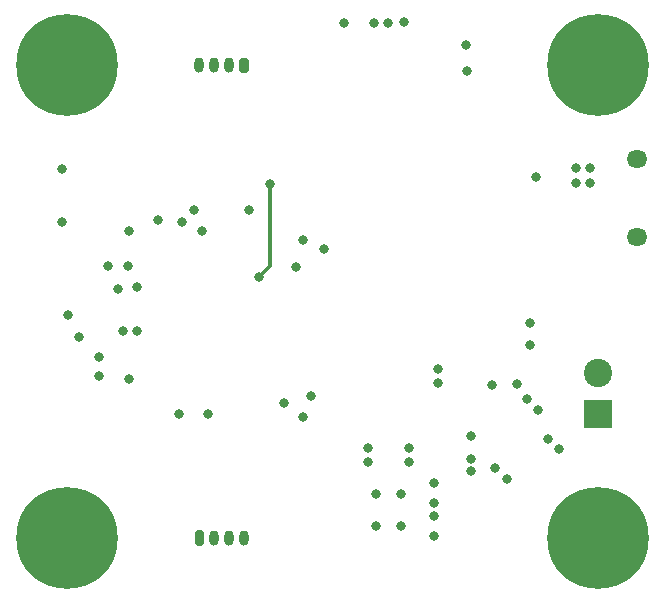
<source format=gbr>
%TF.GenerationSoftware,KiCad,Pcbnew,(5.1.6)-1*%
%TF.CreationDate,2020-09-25T18:38:39+02:00*%
%TF.ProjectId,STM32F4_REV2,53544d33-3246-4345-9f52-4556322e6b69,rev?*%
%TF.SameCoordinates,Original*%
%TF.FileFunction,Copper,L4,Bot*%
%TF.FilePolarity,Positive*%
%FSLAX46Y46*%
G04 Gerber Fmt 4.6, Leading zero omitted, Abs format (unit mm)*
G04 Created by KiCad (PCBNEW (5.1.6)-1) date 2020-09-25 18:38:39*
%MOMM*%
%LPD*%
G01*
G04 APERTURE LIST*
%TA.AperFunction,ComponentPad*%
%ADD10C,8.600000*%
%TD*%
%TA.AperFunction,ComponentPad*%
%ADD11C,0.900000*%
%TD*%
%TA.AperFunction,ComponentPad*%
%ADD12R,2.400000X2.400000*%
%TD*%
%TA.AperFunction,ComponentPad*%
%ADD13C,2.400000*%
%TD*%
%TA.AperFunction,ComponentPad*%
%ADD14O,0.800000X1.300000*%
%TD*%
%TA.AperFunction,ComponentPad*%
%ADD15O,1.750000X1.500000*%
%TD*%
%TA.AperFunction,ViaPad*%
%ADD16C,0.800000*%
%TD*%
%TA.AperFunction,Conductor*%
%ADD17C,0.300000*%
%TD*%
G04 APERTURE END LIST*
D10*
%TO.P,H1,1*%
%TO.N,GND*%
X81250000Y-41000000D03*
D11*
X84475000Y-41000000D03*
X83530419Y-43280419D03*
X81250000Y-44225000D03*
X78969581Y-43280419D03*
X78025000Y-41000000D03*
X78969581Y-38719581D03*
X81250000Y-37775000D03*
X83530419Y-38719581D03*
%TD*%
%TO.P,H2,1*%
%TO.N,GND*%
X83530419Y-78719581D03*
X81250000Y-77775000D03*
X78969581Y-78719581D03*
X78025000Y-81000000D03*
X78969581Y-83280419D03*
X81250000Y-84225000D03*
X83530419Y-83280419D03*
X84475000Y-81000000D03*
D10*
X81250000Y-81000000D03*
%TD*%
%TO.P,H3,1*%
%TO.N,GND*%
X36250000Y-81000000D03*
D11*
X39475000Y-81000000D03*
X38530419Y-83280419D03*
X36250000Y-84225000D03*
X33969581Y-83280419D03*
X33025000Y-81000000D03*
X33969581Y-78719581D03*
X36250000Y-77775000D03*
X38530419Y-78719581D03*
%TD*%
%TO.P,H4,1*%
%TO.N,GND*%
X38530419Y-38719581D03*
X36250000Y-37775000D03*
X33969581Y-38719581D03*
X33025000Y-41000000D03*
X33969581Y-43280419D03*
X36250000Y-44225000D03*
X38530419Y-43280419D03*
X39475000Y-41000000D03*
D10*
X36250000Y-41000000D03*
%TD*%
D12*
%TO.P,J1,1*%
%TO.N,+12V*%
X81250000Y-70500000D03*
D13*
%TO.P,J1,2*%
%TO.N,GND*%
X81250000Y-67000000D03*
%TD*%
D14*
%TO.P,J3,4*%
%TO.N,GND*%
X47500000Y-41000000D03*
%TO.P,J3,3*%
%TO.N,I2C1_SDA*%
X48750000Y-41000000D03*
%TO.P,J3,2*%
%TO.N,I2C1_SCL*%
X50000000Y-41000000D03*
%TO.P,J3,1*%
%TO.N,+3V3*%
%TA.AperFunction,ComponentPad*%
G36*
G01*
X51650000Y-40550000D02*
X51650000Y-41450000D01*
G75*
G02*
X51450000Y-41650000I-200000J0D01*
G01*
X51050000Y-41650000D01*
G75*
G02*
X50850000Y-41450000I0J200000D01*
G01*
X50850000Y-40550000D01*
G75*
G02*
X51050000Y-40350000I200000J0D01*
G01*
X51450000Y-40350000D01*
G75*
G02*
X51650000Y-40550000I0J-200000D01*
G01*
G37*
%TD.AperFunction*%
%TD*%
%TO.P,J4,1*%
%TO.N,+3V3*%
%TA.AperFunction,ComponentPad*%
G36*
G01*
X47100000Y-81450000D02*
X47100000Y-80550000D01*
G75*
G02*
X47300000Y-80350000I200000J0D01*
G01*
X47700000Y-80350000D01*
G75*
G02*
X47900000Y-80550000I0J-200000D01*
G01*
X47900000Y-81450000D01*
G75*
G02*
X47700000Y-81650000I-200000J0D01*
G01*
X47300000Y-81650000D01*
G75*
G02*
X47100000Y-81450000I0J200000D01*
G01*
G37*
%TD.AperFunction*%
%TO.P,J4,2*%
%TO.N,USART3_TX*%
X48750000Y-81000000D03*
%TO.P,J4,3*%
%TO.N,USART3_RX*%
X50000000Y-81000000D03*
%TO.P,J4,4*%
%TO.N,GND*%
X51250000Y-81000000D03*
%TD*%
D15*
%TO.P,J5,6*%
%TO.N,Net-(J5-Pad6)*%
X84575000Y-55550000D03*
X84575000Y-48950000D03*
%TD*%
D16*
%TO.N,GND*%
X41550000Y-55000000D03*
%TO.N,+3V3*%
X51725000Y-53250000D03*
%TO.N,GND*%
X35875000Y-54250000D03*
X47725000Y-55000000D03*
X39750000Y-58000000D03*
X37275000Y-64000000D03*
X41000000Y-63525000D03*
X42250000Y-63525000D03*
X41500000Y-67575000D03*
X45775000Y-70500000D03*
X56225000Y-70750000D03*
X56975000Y-69000000D03*
X56250000Y-55750000D03*
X58050000Y-56575000D03*
X70125000Y-41450000D03*
X80600000Y-50950000D03*
X79350000Y-50950000D03*
X79350000Y-49650000D03*
X80600000Y-49650000D03*
X67700000Y-66675000D03*
X67700000Y-67850000D03*
X72225000Y-68025000D03*
X74375000Y-68000000D03*
X75450000Y-62850000D03*
X75450000Y-64650000D03*
X77000000Y-72600000D03*
X77925000Y-73500000D03*
X76175000Y-70175000D03*
X75250000Y-69275000D03*
X67375000Y-76375000D03*
X67375000Y-78075000D03*
X67375000Y-79175000D03*
X67375000Y-80875000D03*
X70500000Y-74300000D03*
X70500000Y-75300000D03*
X70500000Y-72400000D03*
X41475000Y-58025000D03*
X40625000Y-59900000D03*
X36375000Y-62100000D03*
X76025000Y-50425000D03*
X63500000Y-37400000D03*
X62250000Y-37400000D03*
X59700000Y-37400000D03*
%TO.N,+3V3*%
X47025000Y-53250000D03*
X44000000Y-54075000D03*
X35875000Y-49750000D03*
X70100000Y-39250000D03*
X54675000Y-69600000D03*
X48250000Y-70500000D03*
X39000000Y-65725000D03*
X39025000Y-67275000D03*
X42250000Y-59750000D03*
X46000000Y-54225000D03*
X61775000Y-74575000D03*
X61775000Y-73375000D03*
X65200000Y-73375000D03*
X65200000Y-74575000D03*
X62425000Y-77250000D03*
X64600000Y-77250000D03*
X62425000Y-80000000D03*
X64600000Y-80000000D03*
X72550000Y-75075000D03*
X73500000Y-75975000D03*
X55650000Y-58050000D03*
X64800000Y-37350000D03*
%TO.N,NRST*%
X52550000Y-58950000D03*
X53500000Y-51000000D03*
%TD*%
D17*
%TO.N,NRST*%
X52550000Y-58950000D02*
X53500000Y-58000000D01*
X53500000Y-58000000D02*
X53500000Y-51000000D01*
%TD*%
M02*

</source>
